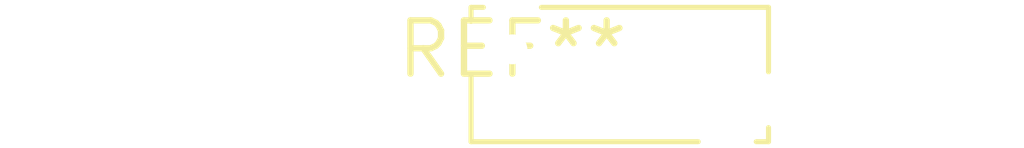
<source format=kicad_pcb>
(kicad_pcb (version 20240108) (generator pcbnew)
  (layers (0 "F.Cu" signal) (31 "B.Cu" signal) (34 "B.Paste" user) (35 "F.Paste" user) (36 "B.SilkS" user "B.Silkscreen") (37 "F.SilkS" user "F.Silkscreen") (38 "B.Mask" user) (39 "F.Mask" user) (44 "Edge.Cuts" user))
  (net 0 "")
  (footprint "Fuse_Bourns_MF-RHT070" (layer "F.Cu") (at 0 0)
    (property "Reference" "REF**")
    (property "Value" "Fuse_Bourns_MF-RHT070")
    (fp_line (start -0.981 -1) (end -0.981 -0.665) (layer "F.SilkS") (stroke (width 0.12)))
    (fp_line (start -0.981 -1) (end -0.689 -1) (layer "F.SilkS") (stroke (width 0.12)))
    (fp_line (start -0.981 0.665) (end -0.981 2.2) (layer "F.SilkS") (stroke (width 0.12)))
    (fp_line (start -0.981 2.2) (end 4.412 2.2) (layer "F.SilkS") (stroke (width 0.12)))
    (fp_line (start 0.689 -1) (end 6.08 -1) (layer "F.SilkS") (stroke (width 0.12)))
    (fp_line (start 5.789 2.2) (end 6.08 2.2) (layer "F.SilkS") (stroke (width 0.12)))
    (fp_line (start 6.08 -1) (end 6.08 0.536) (layer "F.SilkS") (stroke (width 0.12)))
    (fp_line (start 6.08 1.865) (end 6.08 2.2) (layer "F.SilkS") (stroke (width 0.12)))
    (pad "1" thru_hole circle (at 0 0) (size 1.71 1.71) (drill 0.71) (layers *.Cu *.Mask) (remove_unused_layers))
    (pad "2" thru_hole circle (at 5.1 1.2) (size 1.71 1.71) (drill 0.71) (layers *.Cu *.Mask) (remove_unused_layers))
  )
)
</source>
